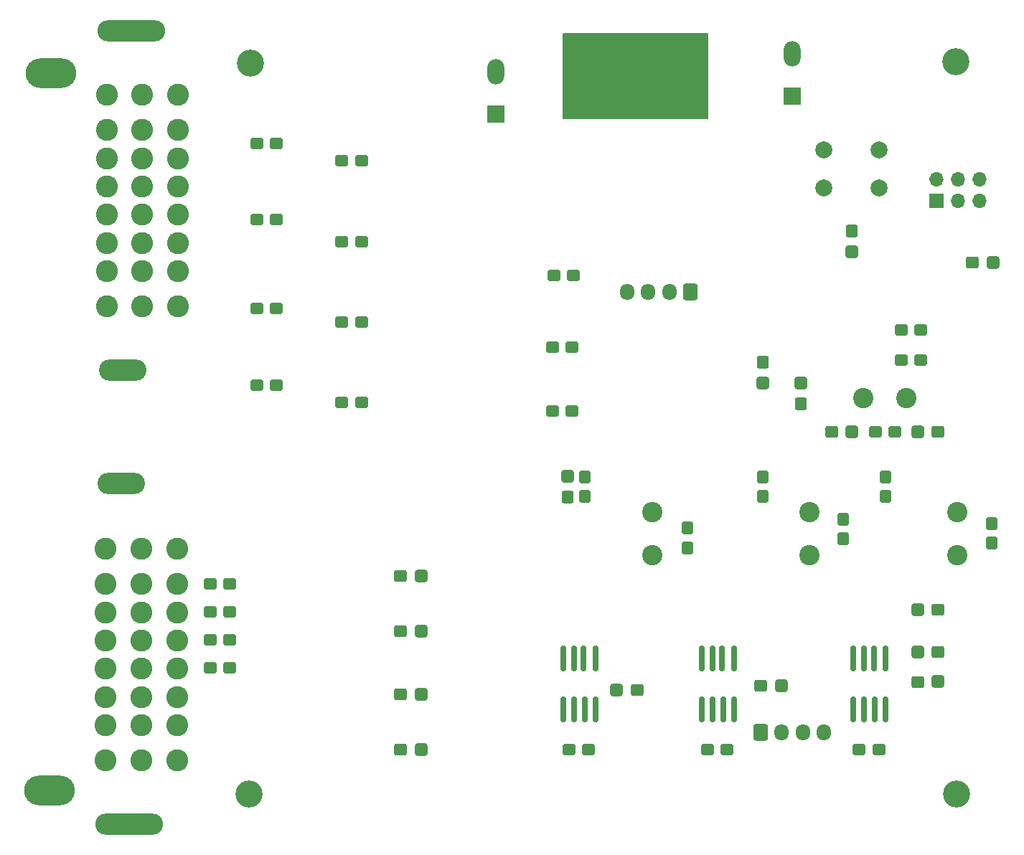
<source format=gbr>
G04 #@! TF.GenerationSoftware,KiCad,Pcbnew,9.0.2*
G04 #@! TF.CreationDate,2025-08-14T17:34:42+08:00*
G04 #@! TF.ProjectId,VCU_V3_1_PREFAB,5643555f-5633-45f3-915f-505245464142,rev?*
G04 #@! TF.SameCoordinates,Original*
G04 #@! TF.FileFunction,Soldermask,Bot*
G04 #@! TF.FilePolarity,Negative*
%FSLAX46Y46*%
G04 Gerber Fmt 4.6, Leading zero omitted, Abs format (unit mm)*
G04 Created by KiCad (PCBNEW 9.0.2) date 2025-08-14 17:34:42*
%MOMM*%
%LPD*%
G01*
G04 APERTURE LIST*
G04 Aperture macros list*
%AMRoundRect*
0 Rectangle with rounded corners*
0 $1 Rounding radius*
0 $2 $3 $4 $5 $6 $7 $8 $9 X,Y pos of 4 corners*
0 Add a 4 corners polygon primitive as box body*
4,1,4,$2,$3,$4,$5,$6,$7,$8,$9,$2,$3,0*
0 Add four circle primitives for the rounded corners*
1,1,$1+$1,$2,$3*
1,1,$1+$1,$4,$5*
1,1,$1+$1,$6,$7*
1,1,$1+$1,$8,$9*
0 Add four rect primitives between the rounded corners*
20,1,$1+$1,$2,$3,$4,$5,0*
20,1,$1+$1,$4,$5,$6,$7,0*
20,1,$1+$1,$6,$7,$8,$9,0*
20,1,$1+$1,$8,$9,$2,$3,0*%
G04 Aperture macros list end*
%ADD10C,0.200000*%
%ADD11R,1.700000X1.700000*%
%ADD12O,1.700000X1.700000*%
%ADD13RoundRect,0.250000X-0.600000X-0.725000X0.600000X-0.725000X0.600000X0.725000X-0.600000X0.725000X0*%
%ADD14O,1.700000X1.950000*%
%ADD15C,3.200000*%
%ADD16RoundRect,0.305575X0.412525X-0.460025X0.412525X0.460025X-0.412525X0.460025X-0.412525X-0.460025X0*%
%ADD17RoundRect,0.308511X0.416489X-0.457089X0.416489X0.457089X-0.416489X0.457089X-0.416489X-0.457089X0*%
%ADD18R,2.000000X2.000000*%
%ADD19O,2.000000X3.000000*%
%ADD20O,8.000000X2.500000*%
%ADD21O,6.000000X3.500000*%
%ADD22O,5.600000X2.500000*%
%ADD23C,2.600000*%
%ADD24C,2.000000*%
%ADD25RoundRect,0.250000X0.600000X0.725000X-0.600000X0.725000X-0.600000X-0.725000X0.600000X-0.725000X0*%
%ADD26C,2.400000*%
%ADD27RoundRect,0.305575X-0.412525X0.460025X-0.412525X-0.460025X0.412525X-0.460025X0.412525X0.460025X0*%
%ADD28RoundRect,0.308511X-0.416489X0.457089X-0.416489X-0.457089X0.416489X-0.457089X0.416489X0.457089X0*%
%ADD29RoundRect,0.305575X0.460025X0.412525X-0.460025X0.412525X-0.460025X-0.412525X0.460025X-0.412525X0*%
%ADD30RoundRect,0.308511X0.457089X0.416489X-0.457089X0.416489X-0.457089X-0.416489X0.457089X-0.416489X0*%
%ADD31RoundRect,0.305575X-0.460025X-0.412525X0.460025X-0.412525X0.460025X0.412525X-0.460025X0.412525X0*%
%ADD32RoundRect,0.308511X-0.457089X-0.416489X0.457089X-0.416489X0.457089X0.416489X-0.457089X0.416489X0*%
%ADD33RoundRect,0.278125X0.474375X0.389375X-0.474375X0.389375X-0.474375X-0.389375X0.474375X-0.389375X0*%
%ADD34RoundRect,0.278125X0.389375X-0.474375X0.389375X0.474375X-0.389375X0.474375X-0.389375X-0.474375X0*%
%ADD35RoundRect,0.278125X-0.474375X-0.389375X0.474375X-0.389375X0.474375X0.389375X-0.474375X0.389375X0*%
%ADD36RoundRect,0.150000X-0.150000X1.350000X-0.150000X-1.350000X0.150000X-1.350000X0.150000X1.350000X0*%
%ADD37RoundRect,0.150000X-0.150000X1.337500X-0.150000X-1.337500X0.150000X-1.337500X0.150000X1.337500X0*%
G04 APERTURE END LIST*
D10*
X148000000Y-42500000D02*
X165000000Y-42500000D01*
X165000000Y-52500000D01*
X148000000Y-52500000D01*
X148000000Y-42500000D01*
G36*
X148000000Y-42500000D02*
G01*
X165000000Y-42500000D01*
X165000000Y-52500000D01*
X148000000Y-52500000D01*
X148000000Y-42500000D01*
G37*
D11*
X191975000Y-62275000D03*
D12*
X191975000Y-59735000D03*
X194515000Y-62275000D03*
X194515000Y-59735000D03*
X197055000Y-62275000D03*
X197055000Y-59735000D03*
D13*
X171250000Y-124975000D03*
D14*
X173750000Y-124975000D03*
X176250000Y-124975000D03*
X178750000Y-124975000D03*
D15*
X111100000Y-45989100D03*
D16*
X148491300Y-97208700D03*
D17*
X148484400Y-94777500D03*
D18*
X175000000Y-49867677D03*
D19*
X175000000Y-44867677D03*
D15*
X194300000Y-45836700D03*
X194400000Y-132247500D03*
D20*
X97000000Y-42200000D03*
D21*
X87500000Y-47200000D03*
D22*
X96000000Y-82200000D03*
D23*
X102500000Y-49725000D03*
X102500000Y-53875000D03*
X102500000Y-57205000D03*
X102500000Y-60535000D03*
X102500000Y-63840000D03*
X102500000Y-67195000D03*
X102500000Y-70525000D03*
X102500000Y-74675000D03*
X98300000Y-49725000D03*
X98300000Y-53875000D03*
X98300000Y-57205000D03*
X98300000Y-60535000D03*
X98300000Y-63840000D03*
X98300000Y-67195000D03*
X98300000Y-70525000D03*
X98300000Y-74675000D03*
X94100000Y-49725000D03*
X94100000Y-53875000D03*
X94100000Y-57205000D03*
X94100000Y-60535000D03*
X94100000Y-63840000D03*
X94100000Y-67195000D03*
X94100000Y-70525000D03*
X94100000Y-74675000D03*
D24*
X178750000Y-56250000D03*
X185250000Y-56250000D03*
X178750000Y-60750000D03*
X185250000Y-60750000D03*
D25*
X163000000Y-73000000D03*
D14*
X160500000Y-73000000D03*
X158000000Y-73000000D03*
X155500000Y-73000000D03*
D26*
X177000000Y-99006719D03*
X177000000Y-104086719D03*
D15*
X110900000Y-132247500D03*
D26*
X188493282Y-85500000D03*
X183413282Y-85500000D03*
X194500000Y-99006720D03*
X194500000Y-104086720D03*
D18*
X140000000Y-52000000D03*
D19*
X140000000Y-47000000D03*
D26*
X158500000Y-99000000D03*
X158500000Y-104080000D03*
D22*
X95800000Y-95600000D03*
D21*
X87400000Y-131800000D03*
D20*
X96800000Y-135800000D03*
D23*
X102400000Y-103325000D03*
X102400000Y-107475000D03*
X102400000Y-110805000D03*
X102400000Y-114135000D03*
X102400000Y-117440000D03*
X102400000Y-120795000D03*
X102400000Y-124125000D03*
X102400000Y-128275000D03*
X98200000Y-103325000D03*
X98200000Y-107475000D03*
X98200000Y-110805000D03*
X98200000Y-114135000D03*
X98200000Y-117440000D03*
X98200000Y-120795000D03*
X98200000Y-124125000D03*
X98200000Y-128275000D03*
X94000000Y-103325000D03*
X94000000Y-107475000D03*
X94000000Y-110805000D03*
X94000000Y-114135000D03*
X94000000Y-117440000D03*
X94000000Y-120795000D03*
X94000000Y-124125000D03*
X94000000Y-128275000D03*
D27*
X171493100Y-81284400D03*
D28*
X171500000Y-83715600D03*
D29*
X192215600Y-115493100D03*
D30*
X189784400Y-115500000D03*
D31*
X128784400Y-127006900D03*
D32*
X131215600Y-127000000D03*
D33*
X108652500Y-107467500D03*
X106347500Y-107467500D03*
D34*
X198532500Y-102652502D03*
X198532500Y-100347502D03*
X162592500Y-103190182D03*
X162592500Y-100885182D03*
D33*
X114152500Y-74967500D03*
X111847500Y-74967500D03*
D31*
X128784400Y-106506900D03*
D32*
X131215600Y-106500000D03*
D31*
X128784400Y-120506900D03*
D32*
X131215600Y-120500000D03*
D33*
X190165000Y-81000000D03*
X187860000Y-81000000D03*
D35*
X146847500Y-71032500D03*
X149152500Y-71032500D03*
D33*
X167271480Y-126967500D03*
X164966480Y-126967500D03*
D29*
X156715600Y-119993100D03*
D30*
X154284400Y-120000000D03*
D35*
X146695000Y-87032500D03*
X149000000Y-87032500D03*
D29*
X192215600Y-110493100D03*
D30*
X189784400Y-110500000D03*
D33*
X190152500Y-77467500D03*
X187847500Y-77467500D03*
D31*
X179632400Y-89506900D03*
D32*
X182063600Y-89500000D03*
D35*
X146695000Y-79532500D03*
X149000000Y-79532500D03*
X121847500Y-76532500D03*
X124152500Y-76532500D03*
D36*
X164289721Y-116253000D03*
X165559721Y-116253000D03*
D37*
X166694721Y-116240500D03*
D36*
X168099721Y-116253000D03*
X168099721Y-122253000D03*
X166829721Y-122253000D03*
X165559721Y-122253000D03*
X164289721Y-122253000D03*
D16*
X176006900Y-86215600D03*
D17*
X176000000Y-83784400D03*
D33*
X108652500Y-110717500D03*
X106347500Y-110717500D03*
D31*
X128784400Y-113006900D03*
D32*
X131215600Y-113000000D03*
D33*
X187080500Y-89467500D03*
X184775500Y-89467500D03*
D36*
X147955000Y-116253000D03*
X149225000Y-116253000D03*
D37*
X150360000Y-116240500D03*
D36*
X151765000Y-116253000D03*
X151765000Y-122253000D03*
X150495000Y-122253000D03*
X149225000Y-122253000D03*
X147955000Y-122253000D03*
D29*
X192223600Y-89493100D03*
D30*
X189792400Y-89500000D03*
D34*
X186032500Y-97152500D03*
X186032500Y-94847500D03*
D33*
X150936759Y-126967500D03*
X148631759Y-126967500D03*
X114141759Y-55467500D03*
X111836759Y-55467500D03*
D31*
X196284400Y-69506900D03*
D32*
X198715600Y-69500000D03*
D33*
X108652500Y-114013500D03*
X106347500Y-114013500D03*
D27*
X181993100Y-65784400D03*
D28*
X182000000Y-68215600D03*
D35*
X121847500Y-67032500D03*
X124152500Y-67032500D03*
D33*
X108652500Y-117315500D03*
X106347500Y-117315500D03*
D35*
X121847500Y-57532500D03*
X124152500Y-57532500D03*
D34*
X181032500Y-102152501D03*
X181032500Y-99847501D03*
D31*
X189784400Y-119006900D03*
D32*
X192215600Y-119000000D03*
D36*
X182225000Y-116253000D03*
X183495000Y-116253000D03*
D37*
X184630000Y-116240500D03*
D36*
X186035000Y-116253000D03*
X186035000Y-122253000D03*
X184765000Y-122253000D03*
X183495000Y-122253000D03*
X182225000Y-122253000D03*
D33*
X114141759Y-83967500D03*
X111836759Y-83967500D03*
D35*
X121847500Y-86032500D03*
X124152500Y-86032500D03*
D33*
X185206759Y-126967500D03*
X182901759Y-126967500D03*
X114141759Y-64467500D03*
X111836759Y-64467500D03*
D34*
X150532500Y-97152500D03*
X150532500Y-94847500D03*
X171532500Y-97152500D03*
X171532500Y-94847500D03*
D31*
X171284400Y-119506900D03*
D32*
X173715600Y-119500000D03*
M02*

</source>
